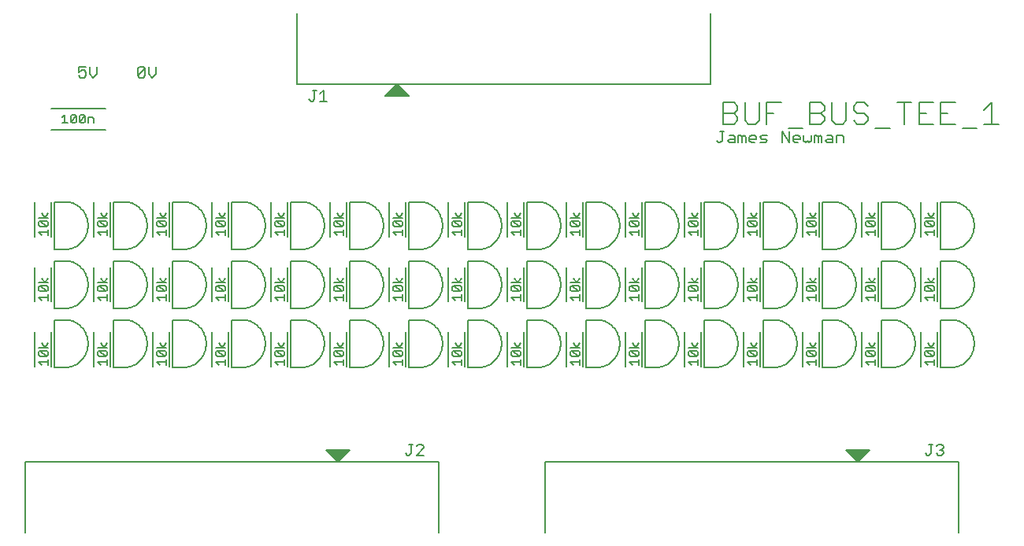
<source format=gto>
G04 Output by ViewMate Deluxe V11.0.9  PentaLogix LLC*
G04 Tue Nov 11 15:55:57 2014*
%FSLAX33Y33*%
%MOMM*%
%IPPOS*%
%ADD18C,0.13*%
%ADD110C,0.2032*%
%ADD112C,0.127*%
%ADD113C,0.1524*%

%LPD*%
X0Y0D2*D18*G1X105634Y38646D2*X105321Y38959D1*X106261Y38959*X106261Y39273D2*X106261Y38646D1*X106103Y39581D2*X105476Y39581D1*X105321Y39738*X105321Y40051*X105476Y40208*X106103Y40208D2*X106261Y40051D1*X106261Y39738*X106103Y39581*X105476Y40208*X106103Y40208*X106261Y40988D2*X105948Y40518D1*X105634Y40988*X105321Y40518D2*X106261Y40518D1*X99911Y40988D2*X99598Y40518D1*X99284Y40988*X98971Y40518D2*X99911Y40518D1*X99126Y40208D2*X98971Y40051D1*X98971Y39738*X99126Y39581*X99753Y39581*X99911Y39738*X99911Y40051*X99753Y40208*X99126Y40208*X99753Y39581*X99911Y38646D2*X99911Y39273D1*X99911Y38959D2*X98971Y38959D1*X99284Y38646*X92621Y38959D2*X92934Y38646D1*X93561Y40988D2*X93248Y40518D1*X92934Y40988*X92621Y40518D2*X93561Y40518D1*X92776Y40208D2*X93403Y40208D1*X93561Y40051*X93561Y39738*X93403Y39581*X92776Y40208*X92621Y40051*X92621Y39738*X92776Y39581*X93403Y39581*X93561Y38646D2*X93561Y39273D1*X92621Y38959D2*X93561Y38959D1*X86584Y38646D2*X86271Y38959D1*X87211Y38959*X87211Y39273D2*X87211Y38646D1*X87053Y39581D2*X86426Y39581D1*X86271Y39738*X86271Y40051*X86426Y40208*X87053Y40208D2*X87211Y40051D1*X87211Y39738*X87053Y39581*X86426Y40208*X87053Y40208*X87211Y40988D2*X86898Y40518D1*X86584Y40988*X86271Y40518D2*X87211Y40518D1*X80861Y40988D2*X80548Y40518D1*X80234Y40988*X79921Y40518D2*X80861Y40518D1*X80076Y40208D2*X79921Y40051D1*X79921Y39738*X80076Y39581*X80703Y39581*X80861Y39738*X80861Y40051*X80703Y40208*X80076Y40208*X80703Y39581*X80861Y38646D2*X80861Y39273D1*X80861Y38959D2*X79921Y38959D1*X80234Y38646*X73884Y38646D2*X73571Y38959D1*X74511Y38959*X74511Y39273D2*X74511Y38646D1*X74353Y39581D2*X73726Y39581D1*X73571Y39738*X73571Y40051*X73726Y40208*X74353Y40208D2*X74511Y40051D1*X74511Y39738*X74353Y39581*X73726Y40208*X74353Y40208*X74511Y40988D2*X74198Y40518D1*X73884Y40988*X73571Y40518D2*X74511Y40518D1*X68161Y40988D2*X67848Y40518D1*X67534Y40988*X67221Y40518D2*X68161Y40518D1*X67376Y40208D2*X67221Y40051D1*X67221Y39738*X67376Y39581*X68003Y39581*X68161Y39738*X68161Y40051*X68003Y40208*X67376Y40208*X68003Y39581*X68161Y38646D2*X68161Y39273D1*X68161Y38959D2*X67221Y38959D1*X67534Y38646*X60871Y38959D2*X61184Y38646D1*X61811Y40988D2*X61498Y40518D1*X61184Y40988*X60871Y40518D2*X61811Y40518D1*X61026Y40208D2*X61653Y40208D1*X61811Y40051*X61811Y39738*X61653Y39581*X61026Y40208*X60871Y40051*X60871Y39738*X61026Y39581*X61653Y39581*X61811Y38646D2*X61811Y39273D1*X60871Y38959D2*X61811Y38959D1*X54834Y38646D2*X54521Y38959D1*X55461Y38959*X55461Y39273D2*X55461Y38646D1*X55303Y39581D2*X54676Y39581D1*X54521Y39738*X54521Y40051*X54676Y40208*X55303Y40208D2*X55461Y40051D1*X55461Y39738*X55303Y39581*X54676Y40208*X55303Y40208*X55461Y40988D2*X55148Y40518D1*X54834Y40988*X54521Y40518D2*X55461Y40518D1*X49111Y40988D2*X48798Y40518D1*X48484Y40988*X48171Y40518D2*X49111Y40518D1*X48326Y40208D2*X48171Y40051D1*X48171Y39738*X48326Y39581*X48953Y39581*X49111Y39738*X49111Y40051*X48953Y40208*X48326Y40208*X48953Y39581*X49111Y38646D2*X49111Y39273D1*X49111Y38959D2*X48171Y38959D1*X48484Y38646*X48484Y31661D2*X48171Y31974D1*X49111Y31974*X49111Y32288D2*X49111Y31661D1*X49111Y34003D2*X48798Y33533D1*X48484Y34003*X48171Y33533D2*X49111Y33533D1*X48326Y33223D2*X48171Y33066D1*X48171Y32753*X48326Y32596*X48953Y32596*X49111Y32753D2*X49111Y33066D1*X48953Y33223*X48326Y33223*X48953Y32596*X49111Y32753*X55303Y32596D2*X54676Y32596D1*X55461Y34003D2*X55148Y33533D1*X54834Y34003*X54521Y33533D2*X55461Y33533D1*X54676Y33223D2*X55303Y33223D1*X55461Y33066*X55461Y32753*X55303Y32596*X54676Y33223*X54521Y33066*X54521Y32753*X54676Y32596*X54834Y31661D2*X54521Y31974D1*X55461Y31974*X55461Y31661D2*X55461Y32288D1*X61184Y31661D2*X60871Y31974D1*X61811Y31974*X61811Y32288D2*X61811Y31661D1*X61811Y34003D2*X61498Y33533D1*X61184Y34003*X60871Y33533D2*X61811Y33533D1*X61026Y33223D2*X60871Y33066D1*X60871Y32753*X61026Y32596*X61653Y32596*X61811Y32753D2*X61811Y33066D1*X61653Y33223*X61026Y33223*X61653Y32596*X61811Y32753*X68003Y32596D2*X67376Y32596D1*X68161Y34003D2*X67848Y33533D1*X67534Y34003*X67221Y33533D2*X68161Y33533D1*X67376Y33223D2*X68003Y33223D1*X68161Y33066*X68161Y32753*X68003Y32596*X67376Y33223*X67221Y33066*X67221Y32753*X67376Y32596*X67534Y31661D2*X67221Y31974D1*X68161Y31974*X68161Y31661D2*X68161Y32288D1*X73884Y31661D2*X73571Y31974D1*X74511Y31974*X74511Y32288D2*X74511Y31661D1*X74511Y34003D2*X74198Y33533D1*X73884Y34003*X73571Y33533D2*X74511Y33533D1*X73726Y33223D2*X73571Y33066D1*X73571Y32753*X73726Y32596*X74353Y32596*X74511Y32753D2*X74511Y33066D1*X74353Y33223*X73726Y33223*X74353Y32596*X74511Y32753*X80703Y32596D2*X80076Y32596D1*X80861Y34003D2*X80548Y33533D1*X80234Y34003*X79921Y33533D2*X80861Y33533D1*X80076Y33223D2*X80703Y33223D1*X80861Y33066*X80861Y32753*X80703Y32596*X80076Y33223*X79921Y33066*X79921Y32753*X80076Y32596*X80234Y31661D2*X79921Y31974D1*X80861Y31974*X80861Y31661D2*X80861Y32288D1*X86584Y31661D2*X86271Y31974D1*X87211Y31974*X87211Y32288D2*X87211Y31661D1*X87211Y34003D2*X86898Y33533D1*X86584Y34003*X86271Y33533D2*X87211Y33533D1*X86426Y33223D2*X86271Y33066D1*X86271Y32753*X86426Y32596*X87053Y32596*X87211Y32753D2*X87211Y33066D1*X87053Y33223*X86426Y33223*X87053Y32596*X87211Y32753*X93403Y32596D2*X92776Y32596D1*X93561Y34003D2*X93248Y33533D1*X92934Y34003*X92621Y33533D2*X93561Y33533D1*X92776Y33223D2*X93403Y33223D1*X93561Y33066*X93561Y32753*X93403Y32596*X92776Y33223*X92621Y33066*X92621Y32753*X92776Y32596*X92934Y31661D2*X92621Y31974D1*X93561Y31974*X93561Y31661D2*X93561Y32288D1*X99284Y31661D2*X98971Y31974D1*X99911Y31974*X99911Y32288D2*X99911Y31661D1*X99753Y32596D2*X99126Y32596D1*X98971Y32753*X98971Y33066*X99126Y33223*X99753Y33223D2*X99126Y33223D1*X99753Y32596*X99911Y32753*X99911Y33066*X99753Y33223*X98971Y33533D2*X99911Y33533D1*X99284Y34003D2*X99598Y33533D1*X99911Y34003*X106261Y34003D2*X105948Y33533D1*X105634Y34003*X105321Y33533D2*X106261Y33533D1*X105476Y33223D2*X106103Y33223D1*X106261Y33066*X106261Y32753*X106103Y32596*X105476Y33223*X105321Y33066*X105321Y32753*X105476Y32596*X106103Y32596*X106261Y31661D2*X106261Y32288D1*X106261Y31974D2*X105321Y31974D1*X105634Y31661*X105634Y24676D2*X105321Y24989D1*X106261Y24989*X106261Y25303D2*X106261Y24676D1*X106103Y25611D2*X105476Y25611D1*X105321Y25768*X105321Y26081*X105476Y26238*X106103Y26238D2*X106261Y26081D1*X106261Y25768*X106103Y25611*X105476Y26238*X106103Y26238*X106261Y27018D2*X105948Y26548D1*X105634Y27018*X105321Y26548D2*X106261Y26548D1*X99911Y27018D2*X99598Y26548D1*X99284Y27018*X98971Y26548D2*X99911Y26548D1*X99126Y26238D2*X98971Y26081D1*X98971Y25768*X99126Y25611*X99753Y25611*X99911Y25768*X99911Y26081*X99753Y26238*X99126Y26238*X99753Y25611*X99911Y24676D2*X99911Y25303D1*X99911Y24989D2*X98971Y24989D1*X99284Y24676*X92621Y24989D2*X92934Y24676D1*X93561Y27018D2*X93248Y26548D1*X92934Y27018*X92621Y26548D2*X93561Y26548D1*X92776Y26238D2*X92621Y26081D1*X92621Y25768*X92776Y25611*X93403Y25611*X93561Y25768*X93561Y26081*X93403Y26238*X92776Y26238*X93403Y25611*X93561Y24676D2*X93561Y25303D1*X92621Y24989D2*X93561Y24989D1*X86584Y24676D2*X86271Y24989D1*X87211Y24989*X87211Y25303D2*X87211Y24676D1*X87053Y25611D2*X86426Y25611D1*X86271Y25768*X86271Y26081*X86426Y26238*X87053Y26238D2*X87211Y26081D1*X87211Y25768*X87053Y25611*X86426Y26238*X87053Y26238*X87211Y27018D2*X86898Y26548D1*X86584Y27018*X86271Y26548D2*X87211Y26548D1*X80861Y27018D2*X80548Y26548D1*X80234Y27018*X79921Y26548D2*X80861Y26548D1*X80076Y26238D2*X79921Y26081D1*X79921Y25768*X80076Y25611*X80703Y25611*X80861Y25768*X80861Y26081*X80703Y26238*X80076Y26238*X80703Y25611*X80861Y24676D2*X80861Y25303D1*X80861Y24989D2*X79921Y24989D1*X80234Y24676*X73884Y24676D2*X73571Y24989D1*X74511Y24989*X74511Y25303D2*X74511Y24676D1*X74353Y25611D2*X73726Y25611D1*X73571Y25768*X73571Y26081*X73726Y26238*X74353Y26238D2*X74511Y26081D1*X74511Y25768*X74353Y25611*X73726Y26238*X74353Y26238*X74511Y27018D2*X74198Y26548D1*X73884Y27018*X73571Y26548D2*X74511Y26548D1*X68161Y27018D2*X67848Y26548D1*X67534Y27018*X67221Y26548D2*X68161Y26548D1*X67376Y26238D2*X67221Y26081D1*X67221Y25768*X67376Y25611*X68003Y25611*X68161Y25768*X68161Y26081*X68003Y26238*X67376Y26238*X68003Y25611*X68161Y24676D2*X68161Y25303D1*X68161Y24989D2*X67221Y24989D1*X67534Y24676*X60871Y24989D2*X61184Y24676D1*X61811Y27018D2*X61498Y26548D1*X61184Y27018*X60871Y26548D2*X61811Y26548D1*X61026Y26238D2*X60871Y26081D1*X60871Y25768*X61026Y25611*X61653Y25611*X61811Y25768*X61811Y26081*X61653Y26238*X61026Y26238*X61653Y25611*X61811Y24676D2*X61811Y25303D1*X60871Y24989D2*X61811Y24989D1*X54834Y24676D2*X54521Y24989D1*X55461Y24989*X55461Y25303D2*X55461Y24676D1*X55303Y25611D2*X54676Y25611D1*X54521Y25768*X54521Y26081*X54676Y26238*X55303Y26238D2*X55461Y26081D1*X55461Y25768*X55303Y25611*X54676Y26238*X55303Y26238*X55461Y27018D2*X55148Y26548D1*X54834Y27018*X54521Y26548D2*X55461Y26548D1*X49111Y27018D2*X48798Y26548D1*X48484Y27018*X48171Y26548D2*X49111Y26548D1*X48326Y26238D2*X48171Y26081D1*X48171Y25768*X48326Y25611*X48953Y25611*X49111Y25768*X49111Y26081*X48953Y26238*X48326Y26238*X48953Y25611*X49111Y24676D2*X49111Y25303D1*X49111Y24989D2*X48171Y24989D1*X48484Y24676*X42134Y24676D2*X41821Y24989D1*X42761Y24989*X42761Y25303D2*X42761Y24676D1*X42603Y25611D2*X41976Y25611D1*X41821Y25768*X41821Y26081*X41976Y26238*X42603Y26238D2*X42761Y26081D1*X42761Y25768*X42603Y25611*X41976Y26238*X42603Y26238*X42761Y27018D2*X42448Y26548D1*X42134Y27018*X41821Y26548D2*X42761Y26548D1*X36411Y27018D2*X36098Y26548D1*X35784Y27018*X35471Y26548D2*X36411Y26548D1*X35626Y26238D2*X35471Y26081D1*X35471Y25768*X35626Y25611*X36253Y25611*X36411Y25768*X36411Y26081*X36253Y26238*X35626Y26238*X36253Y25611*X36411Y24676D2*X36411Y25303D1*X36411Y24989D2*X35471Y24989D1*X35784Y24676*X29434Y24676D2*X29121Y24989D1*X30061Y24989*X30061Y25303D2*X30061Y24676D1*X29903Y25611D2*X29276Y25611D1*X29121Y25768*X29121Y26081*X29276Y26238*X29903Y26238D2*X30061Y26081D1*X30061Y25768*X29903Y25611*X29276Y26238*X29903Y26238*X30061Y27018D2*X29748Y26548D1*X29434Y27018*X29121Y26548D2*X30061Y26548D1*X23711Y27018D2*X23398Y26548D1*X23084Y27018*X22771Y26548D2*X23711Y26548D1*X22926Y26238D2*X22771Y26081D1*X22771Y25768*X22926Y25611*X23553Y25611*X23711Y25768*X23711Y26081*X23553Y26238*X22926Y26238*X23553Y25611*X23711Y24676D2*X23711Y25303D1*X23711Y24989D2*X22771Y24989D1*X23084Y24676*X16421Y24989D2*X16734Y24676D1*X17361Y27018D2*X17048Y26548D1*X16734Y27018*X16421Y26548D2*X17361Y26548D1*X16576Y26238D2*X16421Y26081D1*X16421Y25768*X16576Y25611*X17203Y25611*X17361Y25768*X17361Y26081*X17203Y26238*X16576Y26238*X17203Y25611*X17361Y24676D2*X17361Y25303D1*X16421Y24989D2*X17361Y24989D1*X10384Y24676D2*X10071Y24989D1*X11011Y24989*X11011Y25303D2*X11011Y24676D1*X10853Y25611D2*X10226Y25611D1*X10071Y25768*X10071Y26081*X10226Y26238*X10853Y26238*X11011Y26081*X11011Y25768*X10853Y25611*X10226Y26238*X11011Y26548D2*X10071Y26548D1*X11011Y27018D2*X10698Y26548D1*X10384Y27018*X10853Y32596D2*X10226Y32596D1*X11011Y34003D2*X10698Y33533D1*X10384Y34003*X10071Y33533D2*X11011Y33533D1*X10226Y33223D2*X10853Y33223D1*X11011Y33066*X11011Y32753*X10853Y32596*X10226Y33223*X10071Y33066*X10071Y32753*X10226Y32596*X10384Y31661D2*X10071Y31974D1*X11011Y31974*X11011Y31661D2*X11011Y32288D1*X16734Y31661D2*X16421Y31974D1*X17361Y31974*X17361Y32288D2*X17361Y31661D1*X17361Y34003D2*X17048Y33533D1*X16734Y34003*X16421Y33533D2*X17361Y33533D1*X16576Y33223D2*X16421Y33066D1*X16421Y32753*X16576Y32596*X17203Y32596*X17361Y32753D2*X17361Y33066D1*X17203Y33223*X16576Y33223*X17203Y32596*X17361Y32753*X23553Y32596D2*X22926Y32596D1*X23711Y34003D2*X23398Y33533D1*X23084Y34003*X22771Y33533D2*X23711Y33533D1*X22926Y33223D2*X23553Y33223D1*X23711Y33066*X23711Y32753*X23553Y32596*X22926Y33223*X22771Y33066*X22771Y32753*X22926Y32596*X23084Y31661D2*X22771Y31974D1*X23711Y31974*X23711Y31661D2*X23711Y32288D1*X29434Y31661D2*X29121Y31974D1*X30061Y31974*X30061Y32288D2*X30061Y31661D1*X30061Y34003D2*X29748Y33533D1*X29434Y34003*X29121Y33533D2*X30061Y33533D1*X29276Y33223D2*X29121Y33066D1*X29121Y32753*X29276Y32596*X29903Y32596*X30061Y32753D2*X30061Y33066D1*X29903Y33223*X29276Y33223*X29903Y32596*X30061Y32753*X36253Y32596D2*X35626Y32596D1*X36411Y34003D2*X36098Y33533D1*X35784Y34003*X35471Y33533D2*X36411Y33533D1*X35626Y33223D2*X36253Y33223D1*X36411Y33066*X36411Y32753*X36253Y32596*X35626Y33223*X35471Y33066*X35471Y32753*X35626Y32596*X35784Y31661D2*X35471Y31974D1*X36411Y31974*X36411Y31661D2*X36411Y32288D1*X42134Y31661D2*X41821Y31974D1*X42761Y31974*X42761Y32288D2*X42761Y31661D1*X42603Y32596D2*X41976Y32596D1*X41821Y32753*X41821Y33066*X41976Y33223*X42603Y33223*X42761Y33066*X42761Y32753*X42603Y32596*X41976Y33223*X42761Y33533D2*X41821Y33533D1*X42761Y34003D2*X42448Y33533D1*X42134Y34003*X42134Y38646D2*X41821Y38959D1*X42761Y38959*X42761Y39273D2*X42761Y38646D1*X42603Y39581D2*X41976Y39581D1*X41821Y39738*X41821Y40051*X41976Y40208*X42603Y40208D2*X42761Y40051D1*X42761Y39738*X42603Y39581*X41976Y40208*X42603Y40208*X42761Y40988D2*X42448Y40518D1*X42134Y40988*X41821Y40518D2*X42761Y40518D1*X36411Y40988D2*X36098Y40518D1*X35784Y40988*X35471Y40518D2*X36411Y40518D1*X35626Y40208D2*X35471Y40051D1*X35471Y39738*X35626Y39581*X36253Y39581*X36411Y39738*X36411Y40051*X36253Y40208*X35626Y40208*X36253Y39581*X36411Y38646D2*X36411Y39273D1*X36411Y38959D2*X35471Y38959D1*X35784Y38646*X29434Y38646D2*X29121Y38959D1*X30061Y38959*X30061Y39273D2*X30061Y38646D1*X29903Y39581D2*X29276Y39581D1*X29121Y39738*X29121Y40051*X29276Y40208*X29903Y40208D2*X30061Y40051D1*X30061Y39738*X29903Y39581*X29276Y40208*X29903Y40208*X30061Y40988D2*X29748Y40518D1*X29434Y40988*X29121Y40518D2*X30061Y40518D1*X23711Y40988D2*X23398Y40518D1*X23084Y40988*X22771Y40518D2*X23711Y40518D1*X22926Y40208D2*X23553Y40208D1*X23711Y40051*X23711Y39738*X23553Y39581*X22926Y40208*X22771Y40051*X22771Y39738*X22926Y39581*X23553Y39581*X23711Y38646D2*X23711Y39273D1*X23711Y38959D2*X22771Y38959D1*X23084Y38646*X16421Y38959D2*X16734Y38646D1*X17361Y40988D2*X17048Y40518D1*X16734Y40988*X16421Y40518D2*X17361Y40518D1*X16576Y40208D2*X16421Y40051D1*X16421Y39738*X16576Y39581*X17203Y39581*X17361Y39738*X17361Y40051*X17203Y40208*X16576Y40208*X17203Y39581*X17361Y38646D2*X17361Y39273D1*X16421Y38959D2*X17361Y38959D1*X10384Y38646D2*X10071Y38959D1*X11011Y38959*X11011Y39273D2*X11011Y38646D1*X10853Y39581D2*X10226Y39581D1*X10071Y39738*X10071Y40051*X10226Y40208*X10853Y40208D2*X10226Y40208D1*X10853Y39581*X11011Y39738*X11011Y40051*X10853Y40208*X10071Y40518D2*X11011Y40518D1*X10384Y40988D2*X10698Y40518D1*X11011Y40988*D18*X106904Y15558D2*X107099Y15558D1*X106515Y15169D2*X106708Y14973D1*X107099Y14973*X107295Y15169*X107295Y15362*X107099Y15558*X107295Y15753*X107295Y15949*X107099Y16142*X106708Y16142*X106515Y15949*X105735Y16142D2*X106124Y16142D1*X105928Y16142D2*X105928Y15169D1*X105735Y14973*X105540Y14973*X105344Y15169*X50635Y14973D2*X51415Y14973D1*X50635Y15949D2*X50828Y16142D1*X51219Y16142*X51415Y15949*X51415Y15753*X50635Y14973*X49464Y15169D2*X49660Y14973D1*X49855Y14973*X50048Y15169*X50048Y16142*X49855Y16142D2*X50244Y16142D1*X12560Y51333D2*X12865Y51638D1*X12865Y50724*X13170Y50724D2*X12560Y50724D1*X13495Y50876D2*X13495Y51486D1*X13647Y51638*X13952Y51638*X14107Y51486*X14107Y50876D2*X14107Y51486D1*X13495Y50876*X13647Y50724*X13952Y50724*X14107Y50876*X14432Y50876D2*X14432Y51486D1*X14585Y51638*X15367Y51333D2*X15824Y51333D1*X15977Y51181*X15977Y50724*X15367Y51333D2*X15367Y50724D1*X15042Y51486D2*X15042Y50876D1*X14889Y50724*X14585Y50724*X14432Y50876*X15042Y51486*X14889Y51638*X14585Y51638*X14338Y56198D2*X14338Y56782D1*X15118Y56782*X15118Y56198D2*X14922Y56393D1*X14727Y56393*X14338Y56198*X14338Y55809D2*X14534Y55613D1*X14922Y55613*X15118Y55809*X15118Y56198*X16286Y56002D2*X15898Y55613D1*X15507Y56002*X15507Y56782*X16286Y56002D2*X16286Y56782D1*X20688Y55809D2*X20688Y56589D1*X20884Y56782*X21272Y56782*X21468Y56589*X21468Y55809D2*X21272Y55613D1*X20884Y55613*X20688Y55809*X21468Y56589*X21468Y55809*X22636Y56002D2*X22248Y55613D1*X21857Y56002*X21857Y56782*X22636Y56002D2*X22636Y56782D1*X39103Y53269D2*X39299Y53073D1*X39492Y53073*X39688Y53269*X39688Y54242*X39883Y54242D2*X39492Y54242D1*X40272Y53853D2*X40663Y54242D1*X40663Y53073*X41051Y53073D2*X40272Y53073D1*X82918Y48824D2*X83114Y48628D1*X83307Y48628*X83502Y48824*X83502Y49797*X83698Y49797D2*X83307Y49797D1*X84282Y49408D2*X84673Y49408D1*X84866Y49212*X84866Y48628*X84282Y48628*X84087Y48824*X84282Y49017*X84866Y49017*X92273Y49408D2*X92273Y48824D1*X95781Y48628D2*X95781Y49408D1*X96561Y48628D2*X96561Y49212D1*X96368Y49408*X95781Y49408*X95392Y49212D2*X95197Y49408D1*X94808Y49408*X94612Y48824D2*X94808Y48628D1*X95392Y48628*X95392Y49212*X95392Y49017D2*X94808Y49017D1*X94612Y48824*X93444Y49408D2*X93444Y48628D1*X93833Y48628D2*X93833Y49212D1*X94221Y48628D2*X94221Y49212D1*X94028Y49408*X93833Y49212*X93637Y49408*X93444Y49408*X93053Y49408D2*X93053Y48824D1*X92857Y48628*X92664Y48824*X92469Y48628*X92273Y48824*X91689Y48628D2*X91298Y48628D1*X91105Y48824*X91105Y49017D2*X91884Y49017D1*X91884Y49212*X91689Y49408*X91298Y49408*X91105Y49212*X91105Y48824*X90714Y49797D2*X90714Y48628D1*X89934Y49797*X89934Y48628*X88374Y49408D2*X87790Y49408D1*X87597Y49212*X87790Y49017*X88181Y49017*X88374Y48824*X88181Y48628*X87597Y48628*X87010Y48628D2*X86622Y48628D1*X86426Y48824*X86426Y49017D2*X87206Y49017D1*X87206Y49212*X87010Y49408*X86622Y49408*X86426Y49212*X86426Y48824*X86037Y48628D2*X86037Y49212D1*X85842Y49408*X85646Y49212D2*X85453Y49408D1*X85258Y49408*X85258Y48628*X85646Y48628D2*X85646Y49212D1*X85842Y49408*D110*X85943Y52923D2*X85943Y50973D1*X95298Y50973D2*X95298Y52923D1*X104653Y51752D2*X105433Y51752D1*X106213Y52923D2*X104653Y52923D1*X106992Y51752D2*X107772Y51752D1*X106992Y50584D2*X106992Y52923D1*X108552Y52923*X111669Y52144D2*X112448Y52923D1*X112448Y50584*X111669Y50584D2*X113228Y50584D1*X109332Y50195D2*X110891Y50195D1*X106992Y50584D2*X108552Y50584D1*X106213Y50584D2*X104653Y50584D1*X104653Y52923*X102314Y52923D2*X103873Y52923D1*X103094Y50584D2*X103094Y52923D1*X99977Y50195D2*X101534Y50195D1*X99197Y52532D2*X98806Y52923D1*X98026Y52923*X97638Y52532*X97638Y50973D2*X98026Y50584D1*X98806Y50584*X99197Y50973*X99197Y51364*X98806Y51752*X98026Y51752*X97638Y52144*X97638Y52532*X96858Y52923D2*X96858Y50973D1*X96467Y50584*X95687Y50584*X95298Y50973*X94130Y51752D2*X94518Y52144D1*X94518Y52532*X94130Y52923*X92959Y52923*X92959Y50584*X92959Y51752D2*X94130Y51752D1*X94518Y51364*X94518Y50973*X94130Y50584*X92959Y50584*X90620Y50195D2*X92179Y50195D1*X88283Y51752D2*X89063Y51752D1*X88283Y50584D2*X88283Y52923D1*X89840Y52923*X87503Y52923D2*X87503Y50973D1*X87112Y50584*X86332Y50584*X85943Y50973*X84772Y51752D2*X85164Y52144D1*X85164Y52532*X84772Y52923*X83604Y52923*X83604Y50584*X83604Y51752D2*X84772Y51752D1*X85164Y51364*X85164Y50973*X84772Y50584*X83604Y50584*D112*X82232Y62548D2*X82232Y54928D1*X37782Y54928*X37782Y62548*X48486Y54836D2*X48669Y54836D1*X48793Y54712D2*X48362Y54712D1*X48240Y54590D2*X48915Y54590D1*X49040Y54465D2*X48115Y54465D1*X47993Y54343D2*X49162Y54343D1*X49286Y54219D2*X47869Y54219D1*X47747Y54097D2*X49408Y54097D1*X49533Y53972D2*X47622Y53972D1*X47501Y53851D2*X49654Y53851D1*X49779Y53726D2*X47376Y53726D1*X49848Y53658D2*X48578Y54928D1*X47308Y53658*X49848Y53658*X70422Y29528D2*X70576Y29492D1*X70726Y29446*X70876Y29393*X71021Y29329*X71161Y29258*X71298Y29177*X71430Y29088*X71554Y28992*X71674Y28890*X71785Y28778*X71892Y28661*X71991Y28537*X72080Y28407*X72164Y28273*X72238Y28133*X72304Y27988*X72360Y27841*X72408Y27691*X72446Y27536*X72474Y27381*X72494Y27224*X72504Y27066*X72504Y26909*X72494Y26751*X72474Y26594*X72446Y26439*X72408Y26284*X72360Y26134*X72304Y25987*X72238Y25842*X72164Y25702*X72080Y25568*X71991Y25438*X71892Y25314*X71785Y25197*X71674Y25085*X71554Y24983*X71430Y24887*X71298Y24798*X71161Y24717*X71021Y24646*X70876Y24582*X70726Y24529*X70576Y24483*X70422Y24448*X42210Y14305D2*X42245Y14305D1*X42370Y14430D2*X42085Y14430D1*X41963Y14552D2*X42492Y14552D1*X42616Y14676D2*X41839Y14676D1*X41717Y14798D2*X42738Y14798D1*X42862Y14922D2*X41592Y14922D1*X41471Y15044D2*X42984Y15044D1*X43109Y15169D2*X41346Y15169D1*X41224Y15291D2*X43231Y15291D1*X43355Y15415D2*X41100Y15415D1*X40978Y15537D2*X43477Y15537D1*X40958Y15558D2*X43498Y15558D1*X42228Y14288*X40958Y15558*X13272Y29528D2*X13426Y29492D1*X13576Y29446*X13726Y29393*X13871Y29329*X14011Y29258*X14148Y29177*X14280Y29088*X14404Y28992*X14524Y28890*X14635Y28778*X14742Y28661*X14841Y28537*X14930Y28407*X15014Y28273*X15088Y28133*X15154Y27988*X15210Y27841*X15258Y27691*X15296Y27536*X15324Y27381*X15344Y27224*X15354Y27066*X15354Y26909*X15344Y26751*X15324Y26594*X15296Y26439*X15258Y26284*X15210Y26134*X15154Y25987*X15088Y25842*X15014Y25702*X14930Y25568*X14841Y25438*X14742Y25314*X14635Y25197*X14524Y25085*X14404Y24983*X14280Y24887*X14148Y24798*X14011Y24717*X13871Y24646*X13726Y24582*X13576Y24529*X13426Y24483*X13272Y24448*X11748Y24448*X11748Y29528*X13272Y29528*X13272Y30798D2*X13426Y30833D1*X13576Y30879*X13726Y30932*X13871Y30996*X14011Y31067*X14148Y31148*X14280Y31237*X14404Y31333*X14524Y31435*X14635Y31547*X14742Y31664*X14841Y31788*X14930Y31918*X15014Y32052*X15088Y32192*X15154Y32337*X15210Y32484*X15258Y32634*X15296Y32789*X15324Y32944*X15344Y33101*X15354Y33259*X15354Y33416*X15344Y33574*X15324Y33731*X15296Y33886*X15258Y34041*X15210Y34191*X15154Y34338*X15088Y34483*X15014Y34623*X14930Y34757*X14841Y34887*X14742Y35011*X14635Y35128*X14524Y35240*X14404Y35342*X14280Y35438*X14148Y35527*X14011Y35608*X13871Y35679*X13726Y35743*X13576Y35796*X13426Y35842*X13272Y35878*X13272Y37148D2*X13426Y37183D1*X13576Y37229*X13726Y37282*X13871Y37346*X14011Y37417*X14148Y37498*X14280Y37587*X14404Y37683*X14524Y37785*X14635Y37897*X14742Y38014*X14841Y38138*X14930Y38268*X15014Y38402*X15088Y38542*X15154Y38687*X15210Y38834*X15258Y38984*X15296Y39139*X15324Y39294*X15344Y39451*X15354Y39609*X15354Y39766*X15344Y39924*X15324Y40081*X15296Y40236*X15258Y40391*X15210Y40541*X15154Y40688*X15088Y40833*X15014Y40973*X14930Y41107*X14841Y41237*X14742Y41361*X14635Y41478*X14524Y41590*X14404Y41692*X14280Y41788*X14148Y41877*X14011Y41958*X13871Y42029*X13726Y42093*X13576Y42146*X13426Y42192*X13272Y42228*X11748Y42228*X11748Y37148*X13272Y37148*X13272Y35878D2*X11748Y35878D1*X11748Y30798*X13272Y30798*X19622Y30798D2*X19776Y30833D1*X19926Y30879*X20076Y30932*X20221Y30996*X20361Y31067*X20498Y31148*X20630Y31237*X20754Y31333*X20874Y31435*X20985Y31547*X21092Y31664*X21191Y31788*X21280Y31918*X21364Y32052*X21438Y32192*X21504Y32337*X21560Y32484*X21608Y32634*X21646Y32789*X21674Y32944*X21694Y33101*X21704Y33259*X21704Y33416*X21694Y33574*X21674Y33731*X21646Y33886*X21608Y34041*X21560Y34191*X21504Y34338*X21438Y34483*X21364Y34623*X21280Y34757*X21191Y34887*X21092Y35011*X20985Y35128*X20874Y35240*X20754Y35342*X20630Y35438*X20498Y35527*X20361Y35608*X20221Y35679*X20076Y35743*X19926Y35796*X19776Y35842*X19622Y35878*X19622Y37148D2*X19776Y37183D1*X19926Y37229*X20076Y37282*X20221Y37346*X20361Y37417*X20498Y37498*X20630Y37587*X20754Y37683*X20874Y37785*X20985Y37897*X21092Y38014*X21191Y38138*X21280Y38268*X21364Y38402*X21438Y38542*X21504Y38687*X21560Y38834*X21608Y38984*X21646Y39139*X21674Y39294*X21694Y39451*X21704Y39609*X21704Y39766*X21694Y39924*X21674Y40081*X21646Y40236*X21608Y40391*X21560Y40541*X21504Y40688*X21438Y40833*X21364Y40973*X21280Y41107*X21191Y41237*X21092Y41361*X20985Y41478*X20874Y41590*X20754Y41692*X20630Y41788*X20498Y41877*X20361Y41958*X20221Y42029*X20076Y42093*X19926Y42146*X19776Y42192*X19622Y42228*X18098Y42228*X18098Y37148*X19622Y37148*X19622Y35878D2*X18098Y35878D1*X18098Y30798*X19622Y30798*X19622Y29528D2*X19776Y29492D1*X19926Y29446*X20076Y29393*X20221Y29329*X20361Y29258*X20498Y29177*X20630Y29088*X20754Y28992*X20874Y28890*X20985Y28778*X21092Y28661*X21191Y28537*X21280Y28407*X21364Y28273*X21438Y28133*X21504Y27988*X21560Y27841*X21608Y27691*X21646Y27536*X21674Y27381*X21694Y27224*X21704Y27066*X21704Y26909*X21694Y26751*X21674Y26594*X21646Y26439*X21608Y26284*X21560Y26134*X21504Y25987*X21438Y25842*X21364Y25702*X21280Y25568*X21191Y25438*X21092Y25314*X20985Y25197*X20874Y25085*X20754Y24983*X20630Y24887*X20498Y24798*X20361Y24717*X20221Y24646*X20076Y24582*X19926Y24529*X19776Y24483*X19622Y24448*X18098Y24448*X18098Y29528*X19622Y29528*X25972Y29528D2*X26126Y29492D1*X26276Y29446*X26426Y29393*X26571Y29329*X26711Y29258*X26848Y29177*X26980Y29088*X27104Y28992*X27224Y28890*X27335Y28778*X27442Y28661*X27541Y28537*X27630Y28407*X27714Y28273*X27788Y28133*X27854Y27988*X27910Y27841*X27958Y27691*X27996Y27536*X28024Y27381*X28044Y27224*X28054Y27066*X28054Y26909*X28044Y26751*X28024Y26594*X27996Y26439*X27958Y26284*X27910Y26134*X27854Y25987*X27788Y25842*X27714Y25702*X27630Y25568*X27541Y25438*X27442Y25314*X27335Y25197*X27224Y25085*X27104Y24983*X26980Y24887*X26848Y24798*X26711Y24717*X26571Y24646*X26426Y24582*X26276Y24529*X26126Y24483*X25972Y24448*X24448Y24448*X24448Y29528*X25972Y29528*X25972Y30798D2*X26126Y30833D1*X26276Y30879*X26426Y30932*X26571Y30996*X26711Y31067*X26848Y31148*X26980Y31237*X27104Y31333*X27224Y31435*X27335Y31547*X27442Y31664*X27541Y31788*X27630Y31918*X27714Y32052*X27788Y32192*X27854Y32337*X27910Y32484*X27958Y32634*X27996Y32789*X28024Y32944*X28044Y33101*X28054Y33259*X28054Y33416*X28044Y33574*X28024Y33731*X27996Y33886*X27958Y34041*X27910Y34191*X27854Y34338*X27788Y34483*X27714Y34623*X27630Y34757*X27541Y34887*X27442Y35011*X27335Y35128*X27224Y35240*X27104Y35342*X26980Y35438*X26848Y35527*X26711Y35608*X26571Y35679*X26426Y35743*X26276Y35796*X26126Y35842*X25972Y35878*X25972Y37148D2*X26126Y37183D1*X26276Y37229*X26426Y37282*X26571Y37346*X26711Y37417*X26848Y37498*X26980Y37587*X27104Y37683*X27224Y37785*X27335Y37897*X27442Y38014*X27541Y38138*X27630Y38268*X27714Y38402*X27788Y38542*X27854Y38687*X27910Y38834*X27958Y38984*X27996Y39139*X28024Y39294*X28044Y39451*X28054Y39609*X28054Y39766*X28044Y39924*X28024Y40081*X27996Y40236*X27958Y40391*X27910Y40541*X27854Y40688*X27788Y40833*X27714Y40973*X27630Y41107*X27541Y41237*X27442Y41361*X27335Y41478*X27224Y41590*X27104Y41692*X26980Y41788*X26848Y41877*X26711Y41958*X26571Y42029*X26426Y42093*X26276Y42146*X26126Y42192*X25972Y42228*X24448Y42228*X24448Y37148*X25972Y37148*X25972Y35878D2*X24448Y35878D1*X24448Y30798*X25972Y30798*X32322Y30798D2*X32476Y30833D1*X32626Y30879*X32776Y30932*X32921Y30996*X33061Y31067*X33198Y31148*X33330Y31237*X33454Y31333*X33574Y31435*X33685Y31547*X33792Y31664*X33891Y31788*X33980Y31918*X34064Y32052*X34138Y32192*X34204Y32337*X34260Y32484*X34308Y32634*X34346Y32789*X34374Y32944*X34394Y33101*X34404Y33259*X34404Y33416*X34394Y33574*X34374Y33731*X34346Y33886*X34308Y34041*X34260Y34191*X34204Y34338*X34138Y34483*X34064Y34623*X33980Y34757*X33891Y34887*X33792Y35011*X33685Y35128*X33574Y35240*X33454Y35342*X33330Y35438*X33198Y35527*X33061Y35608*X32921Y35679*X32776Y35743*X32626Y35796*X32476Y35842*X32322Y35878*X32322Y37148D2*X32476Y37183D1*X32626Y37229*X32776Y37282*X32921Y37346*X33061Y37417*X33198Y37498*X33330Y37587*X33454Y37683*X33574Y37785*X33685Y37897*X33792Y38014*X33891Y38138*X33980Y38268*X34064Y38402*X34138Y38542*X34204Y38687*X34260Y38834*X34308Y38984*X34346Y39139*X34374Y39294*X34394Y39451*X34404Y39609*X34404Y39766*X34394Y39924*X34374Y40081*X34346Y40236*X34308Y40391*X34260Y40541*X34204Y40688*X34138Y40833*X34064Y40973*X33980Y41107*X33891Y41237*X33792Y41361*X33685Y41478*X33574Y41590*X33454Y41692*X33330Y41788*X33198Y41877*X33061Y41958*X32921Y42029*X32776Y42093*X32626Y42146*X32476Y42192*X32322Y42228*X30798Y42228*X30798Y37148*X32322Y37148*X32322Y35878D2*X30798Y35878D1*X30798Y30798*X32322Y30798*X32322Y29528D2*X32476Y29492D1*X32626Y29446*X32776Y29393*X32921Y29329*X33061Y29258*X33198Y29177*X33330Y29088*X33454Y28992*X33574Y28890*X33685Y28778*X33792Y28661*X33891Y28537*X33980Y28407*X34064Y28273*X34138Y28133*X34204Y27988*X34260Y27841*X34308Y27691*X34346Y27536*X34374Y27381*X34394Y27224*X34404Y27066*X34404Y26909*X34394Y26751*X34374Y26594*X34346Y26439*X34308Y26284*X34260Y26134*X34204Y25987*X34138Y25842*X34064Y25702*X33980Y25568*X33891Y25438*X33792Y25314*X33685Y25197*X33574Y25085*X33454Y24983*X33330Y24887*X33198Y24798*X33061Y24717*X32921Y24646*X32776Y24582*X32626Y24529*X32476Y24483*X32322Y24448*X30798Y24448*X30798Y29528*X32322Y29528*X38672Y29528D2*X38826Y29492D1*X38976Y29446*X39126Y29393*X39271Y29329*X39411Y29258*X39548Y29177*X39680Y29088*X39804Y28992*X39924Y28890*X40035Y28778*X40142Y28661*X40241Y28537*X40330Y28407*X40414Y28273*X40488Y28133*X40554Y27988*X40610Y27841*X40658Y27691*X40696Y27536*X40724Y27381*X40744Y27224*X40754Y27066*X40754Y26909*X40744Y26751*X40724Y26594*X40696Y26439*X40658Y26284*X40610Y26134*X40554Y25987*X40488Y25842*X40414Y25702*X40330Y25568*X40241Y25438*X40142Y25314*X40035Y25197*X39924Y25085*X39804Y24983*X39680Y24887*X39548Y24798*X39411Y24717*X39271Y24646*X39126Y24582*X38976Y24529*X38826Y24483*X38672Y24448*X37148Y24448*X37148Y29528*X38672Y29528*X38672Y30798D2*X38826Y30833D1*X38976Y30879*X39126Y30932*X39271Y30996*X39411Y31067*X39548Y31148*X39680Y31237*X39804Y31333*X39924Y31435*X40035Y31547*X40142Y31664*X40241Y31788*X40330Y31918*X40414Y32052*X40488Y32192*X40554Y32337*X40610Y32484*X40658Y32634*X40696Y32789*X40724Y32944*X40744Y33101*X40754Y33259*X40754Y33416*X40744Y33574*X40724Y33731*X40696Y33886*X40658Y34041*X40610Y34191*X40554Y34338*X40488Y34483*X40414Y34623*X40330Y34757*X40241Y34887*X40142Y35011*X40035Y35128*X39924Y35240*X39804Y35342*X39680Y35438*X39548Y35527*X39411Y35608*X39271Y35679*X39126Y35743*X38976Y35796*X38826Y35842*X38672Y35878*X38672Y37148D2*X38826Y37183D1*X38976Y37229*X39126Y37282*X39271Y37346*X39411Y37417*X39548Y37498*X39680Y37587*X39804Y37683*X39924Y37785*X40035Y37897*X40142Y38014*X40241Y38138*X40330Y38268*X40414Y38402*X40488Y38542*X40554Y38687*X40610Y38834*X40658Y38984*X40696Y39139*X40724Y39294*X40744Y39451*X40754Y39609*X40754Y39766*X40744Y39924*X40724Y40081*X40696Y40236*X40658Y40391*X40610Y40541*X40554Y40688*X40488Y40833*X40414Y40973*X40330Y41107*X40241Y41237*X40142Y41361*X40035Y41478*X39924Y41590*X39804Y41692*X39680Y41788*X39548Y41877*X39411Y41958*X39271Y42029*X39126Y42093*X38976Y42146*X38826Y42192*X38672Y42228*X37148Y42228*X37148Y37148*X38672Y37148*X38672Y35878D2*X37148Y35878D1*X37148Y30798*X38672Y30798*X45022Y30798D2*X45176Y30833D1*X45326Y30879*X45476Y30932*X45621Y30996*X45761Y31067*X45898Y31148*X46030Y31237*X46154Y31333*X46274Y31435*X46385Y31547*X46492Y31664*X46591Y31788*X46680Y31918*X46764Y32052*X46838Y32192*X46904Y32337*X46960Y32484*X47008Y32634*X47046Y32789*X47074Y32944*X47094Y33101*X47104Y33259*X47104Y33416*X47094Y33574*X47074Y33731*X47046Y33886*X47008Y34041*X46960Y34191*X46904Y34338*X46838Y34483*X46764Y34623*X46680Y34757*X46591Y34887*X46492Y35011*X46385Y35128*X46274Y35240*X46154Y35342*X46030Y35438*X45898Y35527*X45761Y35608*X45621Y35679*X45476Y35743*X45326Y35796*X45176Y35842*X45022Y35878*X45022Y37148D2*X45176Y37183D1*X45326Y37229*X45476Y37282*X45621Y37346*X45761Y37417*X45898Y37498*X46030Y37587*X46154Y37683*X46274Y37785*X46385Y37897*X46492Y38014*X46591Y38138*X46680Y38268*X46764Y38402*X46838Y38542*X46904Y38687*X46960Y38834*X47008Y38984*X47046Y39139*X47074Y39294*X47094Y39451*X47104Y39609*X47104Y39766*X47094Y39924*X47074Y40081*X47046Y40236*X47008Y40391*X46960Y40541*X46904Y40688*X46838Y40833*X46764Y40973*X46680Y41107*X46591Y41237*X46492Y41361*X46385Y41478*X46274Y41590*X46154Y41692*X46030Y41788*X45898Y41877*X45761Y41958*X45621Y42029*X45476Y42093*X45326Y42146*X45176Y42192*X45022Y42228*X43498Y42228*X43498Y37148*X45022Y37148*X45022Y35878D2*X43498Y35878D1*X43498Y30798*X45022Y30798*X45022Y29528D2*X45176Y29492D1*X45326Y29446*X45476Y29393*X45621Y29329*X45761Y29258*X45898Y29177*X46030Y29088*X46154Y28992*X46274Y28890*X46385Y28778*X46492Y28661*X46591Y28537*X46680Y28407*X46764Y28273*X46838Y28133*X46904Y27988*X46960Y27841*X47008Y27691*X47046Y27536*X47074Y27381*X47094Y27224*X47104Y27066*X47104Y26909*X47094Y26751*X47074Y26594*X47046Y26439*X47008Y26284*X46960Y26134*X46904Y25987*X46838Y25842*X46764Y25702*X46680Y25568*X46591Y25438*X46492Y25314*X46385Y25197*X46274Y25085*X46154Y24983*X46030Y24887*X45898Y24798*X45761Y24717*X45621Y24646*X45476Y24582*X45326Y24529*X45176Y24483*X45022Y24448*X43498Y24448*X43498Y29528*X45022Y29528*X51372Y29528D2*X51526Y29492D1*X51676Y29446*X51826Y29393*X51971Y29329*X52111Y29258*X52248Y29177*X52380Y29088*X52504Y28992*X52624Y28890*X52735Y28778*X52842Y28661*X52941Y28537*X53030Y28407*X53114Y28273*X53188Y28133*X53254Y27988*X53310Y27841*X53358Y27691*X53396Y27536*X53424Y27381*X53444Y27224*X53454Y27066*X53454Y26909*X53444Y26751*X53424Y26594*X53396Y26439*X53358Y26284*X53310Y26134*X53254Y25987*X53188Y25842*X53114Y25702*X53030Y25568*X52941Y25438*X52842Y25314*X52735Y25197*X52624Y25085*X52504Y24983*X52380Y24887*X52248Y24798*X52111Y24717*X51971Y24646*X51826Y24582*X51676Y24529*X51526Y24483*X51372Y24448*X49848Y24448*X49848Y29528*X51372Y29528*X51372Y30798D2*X51526Y30833D1*X51676Y30879*X51826Y30932*X51971Y30996*X52111Y31067*X52248Y31148*X52380Y31237*X52504Y31333*X52624Y31435*X52735Y31547*X52842Y31664*X52941Y31788*X53030Y31918*X53114Y32052*X53188Y32192*X53254Y32337*X53310Y32484*X53358Y32634*X53396Y32789*X53424Y32944*X53444Y33101*X53454Y33259*X53454Y33416*X53444Y33574*X53424Y33731*X53396Y33886*X53358Y34041*X53310Y34191*X53254Y34338*X53188Y34483*X53114Y34623*X53030Y34757*X52941Y34887*X52842Y35011*X52735Y35128*X52624Y35240*X52504Y35342*X52380Y35438*X52248Y35527*X52111Y35608*X51971Y35679*X51826Y35743*X51676Y35796*X51526Y35842*X51372Y35878*X51372Y37148D2*X51526Y37183D1*X51676Y37229*X51826Y37282*X51971Y37346*X52111Y37417*X52248Y37498*X52380Y37587*X52504Y37683*X52624Y37785*X52735Y37897*X52842Y38014*X52941Y38138*X53030Y38268*X53114Y38402*X53188Y38542*X53254Y38687*X53310Y38834*X53358Y38984*X53396Y39139*X53424Y39294*X53444Y39451*X53454Y39609*X53454Y39766*X53444Y39924*X53424Y40081*X53396Y40236*X53358Y40391*X53310Y40541*X53254Y40688*X53188Y40833*X53114Y40973*X53030Y41107*X52941Y41237*X52842Y41361*X52735Y41478*X52624Y41590*X52504Y41692*X52380Y41788*X52248Y41877*X52111Y41958*X51971Y42029*X51826Y42093*X51676Y42146*X51526Y42192*X51372Y42228*X49848Y42228*X49848Y37148*X51372Y37148*X51372Y35878D2*X49848Y35878D1*X49848Y30798*X51372Y30798*X57722Y30798D2*X57876Y30833D1*X58026Y30879*X58176Y30932*X58321Y30996*X58461Y31067*X58598Y31148*X58730Y31237*X58854Y31333*X58974Y31435*X59085Y31547*X59192Y31664*X59291Y31788*X59380Y31918*X59464Y32052*X59538Y32192*X59604Y32337*X59660Y32484*X59708Y32634*X59746Y32789*X59774Y32944*X59794Y33101*X59804Y33259*X59804Y33416*X59794Y33574*X59774Y33731*X59746Y33886*X59708Y34041*X59660Y34191*X59604Y34338*X59538Y34483*X59464Y34623*X59380Y34757*X59291Y34887*X59192Y35011*X59085Y35128*X58974Y35240*X58854Y35342*X58730Y35438*X58598Y35527*X58461Y35608*X58321Y35679*X58176Y35743*X58026Y35796*X57876Y35842*X57722Y35878*X57722Y37148D2*X57876Y37183D1*X58026Y37229*X58176Y37282*X58321Y37346*X58461Y37417*X58598Y37498*X58730Y37587*X58854Y37683*X58974Y37785*X59085Y37897*X59192Y38014*X59291Y38138*X59380Y38268*X59464Y38402*X59538Y38542*X59604Y38687*X59660Y38834*X59708Y38984*X59746Y39139*X59774Y39294*X59794Y39451*X59804Y39609*X59804Y39766*X59794Y39924*X59774Y40081*X59746Y40236*X59708Y40391*X59660Y40541*X59604Y40688*X59538Y40833*X59464Y40973*X59380Y41107*X59291Y41237*X59192Y41361*X59085Y41478*X58974Y41590*X58854Y41692*X58730Y41788*X58598Y41877*X58461Y41958*X58321Y42029*X58176Y42093*X58026Y42146*X57876Y42192*X57722Y42228*X56198Y42228*X56198Y37148*X57722Y37148*X57722Y35878D2*X56198Y35878D1*X56198Y30798*X57722Y30798*X57722Y29528D2*X57876Y29492D1*X58026Y29446*X58176Y29393*X58321Y29329*X58461Y29258*X58598Y29177*X58730Y29088*X58854Y28992*X58974Y28890*X59085Y28778*X59192Y28661*X59291Y28537*X59380Y28407*X59464Y28273*X59538Y28133*X59604Y27988*X59660Y27841*X59708Y27691*X59746Y27536*X59774Y27381*X59794Y27224*X59804Y27066*X59804Y26909*X59794Y26751*X59774Y26594*X59746Y26439*X59708Y26284*X59660Y26134*X59604Y25987*X59538Y25842*X59464Y25702*X59380Y25568*X59291Y25438*X59192Y25314*X59085Y25197*X58974Y25085*X58854Y24983*X58730Y24887*X58598Y24798*X58461Y24717*X58321Y24646*X58176Y24582*X58026Y24529*X57876Y24483*X57722Y24448*X56198Y24448*X56198Y29528*X57722Y29528*X64072Y29528D2*X64226Y29492D1*X64376Y29446*X64526Y29393*X64671Y29329*X64811Y29258*X64948Y29177*X65080Y29088*X65204Y28992*X65324Y28890*X65435Y28778*X65542Y28661*X65641Y28537*X65730Y28407*X65814Y28273*X65888Y28133*X65954Y27988*X66010Y27841*X66058Y27691*X66096Y27536*X66124Y27381*X66144Y27224*X66154Y27066*X66154Y26909*X66144Y26751*X66124Y26594*X66096Y26439*X66058Y26284*X66010Y26134*X65954Y25987*X65888Y25842*X65814Y25702*X65730Y25568*X65641Y25438*X65542Y25314*X65435Y25197*X65324Y25085*X65204Y24983*X65080Y24887*X64948Y24798*X64811Y24717*X64671Y24646*X64526Y24582*X64376Y24529*X64226Y24483*X64072Y24448*X62548Y24448*X62548Y29528*X64072Y29528*X64072Y30798D2*X64226Y30833D1*X64376Y30879*X64526Y30932*X64671Y30996*X64811Y31067*X64948Y31148*X65080Y31237*X65204Y31333*X65324Y31435*X65435Y31547*X65542Y31664*X65641Y31788*X65730Y31918*X65814Y32052*X65888Y32192*X65954Y32337*X66010Y32484*X66058Y32634*X66096Y32789*X66124Y32944*X66144Y33101*X66154Y33259*X66154Y33416*X66144Y33574*X66124Y33731*X66096Y33886*X66058Y34041*X66010Y34191*X65954Y34338*X65888Y34483*X65814Y34623*X65730Y34757*X65641Y34887*X65542Y35011*X65435Y35128*X65324Y35240*X65204Y35342*X65080Y35438*X64948Y35527*X64811Y35608*X64671Y35679*X64526Y35743*X64376Y35796*X64226Y35842*X64072Y35878*X64072Y37148D2*X64226Y37183D1*X64376Y37229*X64526Y37282*X64671Y37346*X64811Y37417*X64948Y37498*X65080Y37587*X65204Y37683*X65324Y37785*X65435Y37897*X65542Y38014*X65641Y38138*X65730Y38268*X65814Y38402*X65888Y38542*X65954Y38687*X66010Y38834*X66058Y38984*X66096Y39139*X66124Y39294*X66144Y39451*X66154Y39609*X66154Y39766*X66144Y39924*X66124Y40081*X66096Y40236*X66058Y40391*X66010Y40541*X65954Y40688*X65888Y40833*X65814Y40973*X65730Y41107*X65641Y41237*X65542Y41361*X65435Y41478*X65324Y41590*X65204Y41692*X65080Y41788*X64948Y41877*X64811Y41958*X64671Y42029*X64526Y42093*X64376Y42146*X64226Y42192*X64072Y42228*X62548Y42228*X62548Y37148*X64072Y37148*X64072Y35878D2*X62548Y35878D1*X62548Y30798*X64072Y30798*X70422Y30798D2*X70576Y30833D1*X70726Y30879*X70876Y30932*X71021Y30996*X71161Y31067*X71298Y31148*X71430Y31237*X71554Y31333*X71674Y31435*X71785Y31547*X71892Y31664*X71991Y31788*X72080Y31918*X72164Y32052*X72238Y32192*X72304Y32337*X72360Y32484*X72408Y32634*X72446Y32789*X72474Y32944*X72494Y33101*X72504Y33259*X72504Y33416*X72494Y33574*X72474Y33731*X72446Y33886*X72408Y34041*X72360Y34191*X72304Y34338*X72238Y34483*X72164Y34623*X72080Y34757*X71991Y34887*X71892Y35011*X71785Y35128*X71674Y35240*X71554Y35342*X71430Y35438*X71298Y35527*X71161Y35608*X71021Y35679*X70876Y35743*X70726Y35796*X70576Y35842*X70422Y35878*X70422Y37148D2*X70576Y37183D1*X70726Y37229*X70876Y37282*X71021Y37346*X71161Y37417*X71298Y37498*X71430Y37587*X71554Y37683*X71674Y37785*X71785Y37897*X71892Y38014*X71991Y38138*X72080Y38268*X72164Y38402*X72238Y38542*X72304Y38687*X72360Y38834*X72408Y38984*X72446Y39139*X72474Y39294*X72494Y39451*X72504Y39609*X72504Y39766*X72494Y39924*X72474Y40081*X72446Y40236*X72408Y40391*X72360Y40541*X72304Y40688*X72238Y40833*X72164Y40973*X72080Y41107*X71991Y41237*X71892Y41361*X71785Y41478*X71674Y41590*X71554Y41692*X71430Y41788*X71298Y41877*X71161Y41958*X71021Y42029*X70876Y42093*X70726Y42146*X70576Y42192*X70422Y42228*X68898Y42228*X68898Y37148*X70422Y37148*X70422Y35878D2*X68898Y35878D1*X68898Y30798*X70422Y30798*X70422Y29528D2*X68898Y29528D1*X68898Y24448*X70422Y24448*X83122Y24448D2*X83276Y24483D1*X83426Y24529*X83576Y24582*X83721Y24646*X83861Y24717*X83998Y24798*X84130Y24887*X84254Y24983*X84374Y25085*X84485Y25197*X84592Y25314*X84691Y25438*X84780Y25568*X84864Y25702*X84938Y25842*X85004Y25987*X85060Y26134*X85108Y26284*X85146Y26439*X85174Y26594*X85194Y26751*X85204Y26909*X85204Y27066*X85194Y27224*X85174Y27381*X85146Y27536*X85108Y27691*X85060Y27841*X85004Y27988*X84938Y28133*X84864Y28273*X84780Y28407*X84691Y28537*X84592Y28661*X84485Y28778*X84374Y28890*X84254Y28992*X84130Y29088*X83998Y29177*X83861Y29258*X83721Y29329*X83576Y29393*X83426Y29446*X83276Y29492*X83122Y29528*X76772Y29528D2*X76926Y29492D1*X77076Y29446*X77226Y29393*X77371Y29329*X77511Y29258*X77648Y29177*X77780Y29088*X77904Y28992*X78024Y28890*X78135Y28778*X78242Y28661*X78341Y28537*X78430Y28407*X78514Y28273*X78588Y28133*X78654Y27988*X78710Y27841*X78758Y27691*X78796Y27536*X78824Y27381*X78844Y27224*X78854Y27066*X78854Y26909*X78844Y26751*X78824Y26594*X78796Y26439*X78758Y26284*X78710Y26134*X78654Y25987*X78588Y25842*X78514Y25702*X78430Y25568*X78341Y25438*X78242Y25314*X78135Y25197*X78024Y25085*X77904Y24983*X77780Y24887*X77648Y24798*X77511Y24717*X77371Y24646*X77226Y24582*X77076Y24529*X76926Y24483*X76772Y24448*X75248Y24448*X75248Y29528*X76772Y29528*X76772Y30798D2*X76926Y30833D1*X77076Y30879*X77226Y30932*X77371Y30996*X77511Y31067*X77648Y31148*X77780Y31237*X77904Y31333*X78024Y31435*X78135Y31547*X78242Y31664*X78341Y31788*X78430Y31918*X78514Y32052*X78588Y32192*X78654Y32337*X78710Y32484*X78758Y32634*X78796Y32789*X78824Y32944*X78844Y33101*X78854Y33259*X78854Y33416*X78844Y33574*X78824Y33731*X78796Y33886*X78758Y34041*X78710Y34191*X78654Y34338*X78588Y34483*X78514Y34623*X78430Y34757*X78341Y34887*X78242Y35011*X78135Y35128*X78024Y35240*X77904Y35342*X77780Y35438*X77648Y35527*X77511Y35608*X77371Y35679*X77226Y35743*X77076Y35796*X76926Y35842*X76772Y35878*X76772Y37148D2*X76926Y37183D1*X77076Y37229*X77226Y37282*X77371Y37346*X77511Y37417*X77648Y37498*X77780Y37587*X77904Y37683*X78024Y37785*X78135Y37897*X78242Y38014*X78341Y38138*X78430Y38268*X78514Y38402*X78588Y38542*X78654Y38687*X78710Y38834*X78758Y38984*X78796Y39139*X78824Y39294*X78844Y39451*X78854Y39609*X78854Y39766*X78844Y39924*X78824Y40081*X78796Y40236*X78758Y40391*X78710Y40541*X78654Y40688*X78588Y40833*X78514Y40973*X78430Y41107*X78341Y41237*X78242Y41361*X78135Y41478*X78024Y41590*X77904Y41692*X77780Y41788*X77648Y41877*X77511Y41958*X77371Y42029*X77226Y42093*X77076Y42146*X76926Y42192*X76772Y42228*X75248Y42228*X75248Y37148*X76772Y37148*X76772Y35878D2*X75248Y35878D1*X75248Y30798*X76772Y30798*X83122Y30798D2*X83276Y30833D1*X83426Y30879*X83576Y30932*X83721Y30996*X83861Y31067*X83998Y31148*X84130Y31237*X84254Y31333*X84374Y31435*X84485Y31547*X84592Y31664*X84691Y31788*X84780Y31918*X84864Y32052*X84938Y32192*X85004Y32337*X85060Y32484*X85108Y32634*X85146Y32789*X85174Y32944*X85194Y33101*X85204Y33259*X85204Y33416*X85194Y33574*X85174Y33731*X85146Y33886*X85108Y34041*X85060Y34191*X85004Y34338*X84938Y34483*X84864Y34623*X84780Y34757*X84691Y34887*X84592Y35011*X84485Y35128*X84374Y35240*X84254Y35342*X84130Y35438*X83998Y35527*X83861Y35608*X83721Y35679*X83576Y35743*X83426Y35796*X83276Y35842*X83122Y35878*X83122Y37148D2*X83276Y37183D1*X83426Y37229*X83576Y37282*X83721Y37346*X83861Y37417*X83998Y37498*X84130Y37587*X84254Y37683*X84374Y37785*X84485Y37897*X84592Y38014*X84691Y38138*X84780Y38268*X84864Y38402*X84938Y38542*X85004Y38687*X85060Y38834*X85108Y38984*X85146Y39139*X85174Y39294*X85194Y39451*X85204Y39609*X85204Y39766*X85194Y39924*X85174Y40081*X85146Y40236*X85108Y40391*X85060Y40541*X85004Y40688*X84938Y40833*X84864Y40973*X84780Y41107*X84691Y41237*X84592Y41361*X84485Y41478*X84374Y41590*X84254Y41692*X84130Y41788*X83998Y41877*X83861Y41958*X83721Y42029*X83576Y42093*X83426Y42146*X83276Y42192*X83122Y42228*X81598Y42228*X81598Y37148*X83122Y37148*X83122Y35878D2*X81598Y35878D1*X81598Y30798*X83122Y30798*X83122Y29528D2*X81598Y29528D1*X81598Y24448*X83122Y24448*X95822Y24448D2*X95976Y24483D1*X96126Y24529*X96276Y24582*X96421Y24646*X96561Y24717*X96698Y24798*X96830Y24887*X96954Y24983*X97074Y25085*X97185Y25197*X97292Y25314*X97391Y25438*X97480Y25568*X97564Y25702*X97638Y25842*X97704Y25987*X97760Y26134*X97808Y26284*X97846Y26439*X97874Y26594*X97894Y26751*X97904Y26909*X97904Y27066*X97894Y27224*X97874Y27381*X97846Y27536*X97808Y27691*X97760Y27841*X97704Y27988*X97638Y28133*X97564Y28273*X97480Y28407*X97391Y28537*X97292Y28661*X97185Y28778*X97074Y28890*X96954Y28992*X96830Y29088*X96698Y29177*X96561Y29258*X96421Y29329*X96276Y29393*X96126Y29446*X95976Y29492*X95822Y29528*X89472Y29528D2*X89626Y29492D1*X89776Y29446*X89926Y29393*X90071Y29329*X90211Y29258*X90348Y29177*X90480Y29088*X90604Y28992*X90724Y28890*X90835Y28778*X90942Y28661*X91041Y28537*X91130Y28407*X91214Y28273*X91288Y28133*X91354Y27988*X91410Y27841*X91458Y27691*X91496Y27536*X91524Y27381*X91544Y27224*X91554Y27066*X91554Y26909*X91544Y26751*X91524Y26594*X91496Y26439*X91458Y26284*X91410Y26134*X91354Y25987*X91288Y25842*X91214Y25702*X91130Y25568*X91041Y25438*X90942Y25314*X90835Y25197*X90724Y25085*X90604Y24983*X90480Y24887*X90348Y24798*X90211Y24717*X90071Y24646*X89926Y24582*X89776Y24529*X89626Y24483*X89472Y24448*X87948Y24448*X87948Y29528*X89472Y29528*X89472Y30798D2*X89626Y30833D1*X89776Y30879*X89926Y30932*X90071Y30996*X90211Y31067*X90348Y31148*X90480Y31237*X90604Y31333*X90724Y31435*X90835Y31547*X90942Y31664*X91041Y31788*X91130Y31918*X91214Y32052*X91288Y32192*X91354Y32337*X91410Y32484*X91458Y32634*X91496Y32789*X91524Y32944*X91544Y33101*X91554Y33259*X91554Y33416*X91544Y33574*X91524Y33731*X91496Y33886*X91458Y34041*X91410Y34191*X91354Y34338*X91288Y34483*X91214Y34623*X91130Y34757*X91041Y34887*X90942Y35011*X90835Y35128*X90724Y35240*X90604Y35342*X90480Y35438*X90348Y35527*X90211Y35608*X90071Y35679*X89926Y35743*X89776Y35796*X89626Y35842*X89472Y35878*X89472Y37148D2*X89626Y37183D1*X89776Y37229*X89926Y37282*X90071Y37346*X90211Y37417*X90348Y37498*X90480Y37587*X90604Y37683*X90724Y37785*X90835Y37897*X90942Y38014*X91041Y38138*X91130Y38268*X91214Y38402*X91288Y38542*X91354Y38687*X91410Y38834*X91458Y38984*X91496Y39139*X91524Y39294*X91544Y39451*X91554Y39609*X91554Y39766*X91544Y39924*X91524Y40081*X91496Y40236*X91458Y40391*X91410Y40541*X91354Y40688*X91288Y40833*X91214Y40973*X91130Y41107*X91041Y41237*X90942Y41361*X90835Y41478*X90724Y41590*X90604Y41692*X90480Y41788*X90348Y41877*X90211Y41958*X90071Y42029*X89926Y42093*X89776Y42146*X89626Y42192*X89472Y42228*X87948Y42228*X87948Y37148*X89472Y37148*X89472Y35878D2*X87948Y35878D1*X87948Y30798*X89472Y30798*X95822Y30798D2*X95976Y30833D1*X96126Y30879*X96276Y30932*X96421Y30996*X96561Y31067*X96698Y31148*X96830Y31237*X96954Y31333*X97074Y31435*X97185Y31547*X97292Y31664*X97391Y31788*X97480Y31918*X97564Y32052*X97638Y32192*X97704Y32337*X97760Y32484*X97808Y32634*X97846Y32789*X97874Y32944*X97894Y33101*X97904Y33259*X97904Y33416*X97894Y33574*X97874Y33731*X97846Y33886*X97808Y34041*X97760Y34191*X97704Y34338*X97638Y34483*X97564Y34623*X97480Y34757*X97391Y34887*X97292Y35011*X97185Y35128*X97074Y35240*X96954Y35342*X96830Y35438*X96698Y35527*X96561Y35608*X96421Y35679*X96276Y35743*X96126Y35796*X95976Y35842*X95822Y35878*X102172Y35878D2*X102326Y35842D1*X102476Y35796*X102626Y35743*X102771Y35679*X102911Y35608*X103048Y35527*X103180Y35438*X103304Y35342*X103424Y35240*X103535Y35128*X103642Y35011*X103741Y34887*X103830Y34757*X103914Y34623*X103988Y34483*X104054Y34338*X104110Y34191*X104158Y34041*X104196Y33886*X104224Y33731*X104244Y33574*X104254Y33416*X104254Y33259*X104244Y33101*X104224Y32944*X104196Y32789*X104158Y32634*X104110Y32484*X104054Y32337*X103988Y32192*X103914Y32052*X103830Y31918*X103741Y31788*X103642Y31664*X103535Y31547*X103424Y31435*X103304Y31333*X103180Y31237*X103048Y31148*X102911Y31067*X102771Y30996*X102626Y30932*X102476Y30879*X102326Y30833*X102172Y30798*X108522Y30798D2*X108676Y30833D1*X108826Y30879*X108976Y30932*X109121Y30996*X109261Y31067*X109398Y31148*X109530Y31237*X109654Y31333*X109774Y31435*X109885Y31547*X109992Y31664*X110091Y31788*X110180Y31918*X110264Y32052*X110338Y32192*X110404Y32337*X110460Y32484*X110508Y32634*X110546Y32789*X110574Y32944*X110594Y33101*X110604Y33259*X110604Y33416*X110594Y33574*X110574Y33731*X110546Y33886*X110508Y34041*X110460Y34191*X110404Y34338*X110338Y34483*X110264Y34623*X110180Y34757*X110091Y34887*X109992Y35011*X109885Y35128*X109774Y35240*X109654Y35342*X109530Y35438*X109398Y35527*X109261Y35608*X109121Y35679*X108976Y35743*X108826Y35796*X108676Y35842*X108522Y35878*X108522Y37148D2*X108676Y37183D1*X108826Y37229*X108976Y37282*X109121Y37346*X109261Y37417*X109398Y37498*X109530Y37587*X109654Y37683*X109774Y37785*X109885Y37897*X109992Y38014*X110091Y38138*X110180Y38268*X110264Y38402*X110338Y38542*X110404Y38687*X110460Y38834*X110508Y38984*X110546Y39139*X110574Y39294*X110594Y39451*X110604Y39609*X110604Y39766*X110594Y39924*X110574Y40081*X110546Y40236*X110508Y40391*X110460Y40541*X110404Y40688*X110338Y40833*X110264Y40973*X110180Y41107*X110091Y41237*X109992Y41361*X109885Y41478*X109774Y41590*X109654Y41692*X109530Y41788*X109398Y41877*X109261Y41958*X109121Y42029*X108976Y42093*X108826Y42146*X108676Y42192*X108522Y42228*X106998Y42228*X106998Y37148*X108522Y37148*X108522Y35878D2*X106998Y35878D1*X106998Y30798*X108522Y30798*X108522Y29528D2*X108676Y29492D1*X108826Y29446*X108976Y29393*X109121Y29329*X109261Y29258*X109398Y29177*X109530Y29088*X109654Y28992*X109774Y28890*X109885Y28778*X109992Y28661*X110091Y28537*X110180Y28407*X110264Y28273*X110338Y28133*X110404Y27988*X110460Y27841*X110508Y27691*X110546Y27536*X110574Y27381*X110594Y27224*X110604Y27066*X110604Y26909*X110594Y26751*X110574Y26594*X110546Y26439*X110508Y26284*X110460Y26134*X110404Y25987*X110338Y25842*X110264Y25702*X110180Y25568*X110091Y25438*X109992Y25314*X109885Y25197*X109774Y25085*X109654Y24983*X109530Y24887*X109398Y24798*X109261Y24717*X109121Y24646*X108976Y24582*X108826Y24529*X108676Y24483*X108522Y24448*X106998Y24448*X106998Y29528*X108522Y29528*X102172Y29528D2*X102326Y29492D1*X102476Y29446*X102626Y29393*X102771Y29329*X102911Y29258*X103048Y29177*X103180Y29088*X103304Y28992*X103424Y28890*X103535Y28778*X103642Y28661*X103741Y28537*X103830Y28407*X103914Y28273*X103988Y28133*X104054Y27988*X104110Y27841*X104158Y27691*X104196Y27536*X104224Y27381*X104244Y27224*X104254Y27066*X104254Y26909*X104244Y26751*X104224Y26594*X104196Y26439*X104158Y26284*X104110Y26134*X104054Y25987*X103988Y25842*X103914Y25702*X103830Y25568*X103741Y25438*X103642Y25314*X103535Y25197*X103424Y25085*X103304Y24983*X103180Y24887*X103048Y24798*X102911Y24717*X102771Y24646*X102626Y24582*X102476Y24529*X102326Y24483*X102172Y24448*X100648Y24448*X100648Y29528*X102172Y29528*X102172Y30798D2*X100648Y30798D1*X100648Y35878*X102172Y35878*X102172Y37148D2*X102326Y37183D1*X102476Y37229*X102626Y37282*X102771Y37346*X102911Y37417*X103048Y37498*X103180Y37587*X103304Y37683*X103424Y37785*X103535Y37897*X103642Y38014*X103741Y38138*X103830Y38268*X103914Y38402*X103988Y38542*X104054Y38687*X104110Y38834*X104158Y38984*X104196Y39139*X104224Y39294*X104244Y39451*X104254Y39609*X104254Y39766*X104244Y39924*X104224Y40081*X104196Y40236*X104158Y40391*X104110Y40541*X104054Y40688*X103988Y40833*X103914Y40973*X103830Y41107*X103741Y41237*X103642Y41361*X103535Y41478*X103424Y41590*X103304Y41692*X103180Y41788*X103048Y41877*X102911Y41958*X102771Y42029*X102626Y42093*X102476Y42146*X102326Y42192*X102172Y42228*X100648Y42228*X100648Y37148*X102172Y37148*X95822Y37148D2*X95976Y37183D1*X96126Y37229*X96276Y37282*X96421Y37346*X96561Y37417*X96698Y37498*X96830Y37587*X96954Y37683*X97074Y37785*X97185Y37897*X97292Y38014*X97391Y38138*X97480Y38268*X97564Y38402*X97638Y38542*X97704Y38687*X97760Y38834*X97808Y38984*X97846Y39139*X97874Y39294*X97894Y39451*X97904Y39609*X97904Y39766*X97894Y39924*X97874Y40081*X97846Y40236*X97808Y40391*X97760Y40541*X97704Y40688*X97638Y40833*X97564Y40973*X97480Y41107*X97391Y41237*X97292Y41361*X97185Y41478*X97074Y41590*X96954Y41692*X96830Y41788*X96698Y41877*X96561Y41958*X96421Y42029*X96276Y42093*X96126Y42146*X95976Y42192*X95822Y42228*X94298Y42228*X94298Y37148*X95822Y37148*X95822Y35878D2*X94298Y35878D1*X94298Y30798*X95822Y30798*X95822Y29528D2*X94298Y29528D1*X94298Y24448*X95822Y24448*X98125Y14305D2*X98090Y14305D1*X97965Y14430D2*X98250Y14430D1*X98372Y14552D2*X97843Y14552D1*X97719Y14676D2*X98496Y14676D1*X98618Y14798D2*X97597Y14798D1*X97472Y14922D2*X98742Y14922D1*X98864Y15044D2*X97351Y15044D1*X97226Y15169D2*X98989Y15169D1*X99111Y15291D2*X97104Y15291D1*X96980Y15415D2*X99235Y15415D1*X99357Y15537D2*X96858Y15537D1*X99378Y15558D2*X96838Y15558D1*X98108Y14288*X99378Y15558*X108902Y6668D2*X108902Y14288D1*X64452Y14288*X64452Y6668*X53022Y6668D2*X53022Y14288D1*X8572Y14288*X8572Y6668*D113*X17208Y52260D2*X11366Y52260D1*X11366Y49974D2*X17208Y49974D1*X9588Y24511D2*X9588Y28194D1*X11366Y28194D2*X11366Y24511D1*X15938Y24511D2*X15938Y28194D1*X17716Y28194D2*X17716Y24511D1*X22288Y24511D2*X22288Y28194D1*X24066Y28194D2*X24066Y24511D1*X28638Y24511D2*X28638Y28194D1*X30416Y28194D2*X30416Y24511D1*X34988Y24511D2*X34988Y28194D1*X36766Y28194D2*X36766Y24511D1*X41338Y24511D2*X41338Y28194D1*X43116Y28194D2*X43116Y24511D1*X47688Y24511D2*X47688Y28194D1*X49466Y28194D2*X49466Y24511D1*X54038Y24511D2*X54038Y28194D1*X55816Y28194D2*X55816Y24511D1*X60388Y24511D2*X60388Y28194D1*X62166Y28194D2*X62166Y24511D1*X66738Y24511D2*X66738Y28194D1*X68516Y28194D2*X68516Y24511D1*X73088Y24511D2*X73088Y28194D1*X74866Y28194D2*X74866Y24511D1*X79438Y24511D2*X79438Y28194D1*X81216Y28194D2*X81216Y24511D1*X106616Y24511D2*X106616Y28194D1*X104838Y28194D2*X104838Y24511D1*X100266Y24511D2*X100266Y28194D1*X98488Y28194D2*X98488Y24511D1*X93916Y24511D2*X93916Y28194D1*X92138Y28194D2*X92138Y24511D1*X87566Y24511D2*X87566Y28194D1*X85788Y28194D2*X85788Y24511D1*X85788Y42164D2*X85788Y38481D1*X87566Y38481D2*X87566Y42164D1*X92138Y42164D2*X92138Y38481D1*X93916Y38481D2*X93916Y42164D1*X98488Y42164D2*X98488Y38481D1*X100266Y38481D2*X100266Y42164D1*X104838Y42164D2*X104838Y38481D1*X106616Y38481D2*X106616Y42164D1*X106616Y31496D2*X106616Y35179D1*X104838Y35179D2*X104838Y31496D1*X100266Y31496D2*X100266Y35179D1*X98488Y35179D2*X98488Y31496D1*X93916Y31496D2*X93916Y35179D1*X92138Y35179D2*X92138Y31496D1*X87566Y31496D2*X87566Y35179D1*X85788Y35179D2*X85788Y31496D1*X81216Y31496D2*X81216Y35179D1*X79438Y35179D2*X79438Y31496D1*X74866Y31496D2*X74866Y35179D1*X73088Y35179D2*X73088Y31496D1*X68516Y31496D2*X68516Y35179D1*X66738Y35179D2*X66738Y31496D1*X62166Y31496D2*X62166Y35179D1*X60388Y35179D2*X60388Y31496D1*X55816Y31496D2*X55816Y35179D1*X54038Y35179D2*X54038Y31496D1*X49466Y31496D2*X49466Y35179D1*X47688Y35179D2*X47688Y31496D1*X43116Y31496D2*X43116Y35179D1*X41338Y35179D2*X41338Y31496D1*X36766Y31496D2*X36766Y35179D1*X34988Y35179D2*X34988Y31496D1*X30416Y31496D2*X30416Y35179D1*X28638Y35179D2*X28638Y31496D1*X24066Y31496D2*X24066Y35179D1*X22288Y35179D2*X22288Y31496D1*X17716Y31496D2*X17716Y35179D1*X15938Y35179D2*X15938Y31496D1*X11366Y31496D2*X11366Y35179D1*X9588Y35179D2*X9588Y31496D1*X9588Y38481D2*X9588Y42164D1*X11366Y42164D2*X11366Y38481D1*X15938Y38481D2*X15938Y42164D1*X17716Y42164D2*X17716Y38481D1*X22288Y38481D2*X22288Y42164D1*X24066Y42164D2*X24066Y38481D1*X28638Y38481D2*X28638Y42164D1*X30416Y42164D2*X30416Y38481D1*X34988Y38481D2*X34988Y42164D1*X36766Y42164D2*X36766Y38481D1*X41338Y38481D2*X41338Y42164D1*X43116Y42164D2*X43116Y38481D1*X47688Y38481D2*X47688Y42164D1*X49466Y42164D2*X49466Y38481D1*X54038Y38481D2*X54038Y42164D1*X55816Y42164D2*X55816Y38481D1*X60388Y38481D2*X60388Y42164D1*X62166Y42164D2*X62166Y38481D1*X66738Y38481D2*X66738Y42164D1*X68516Y42164D2*X68516Y38481D1*X73088Y38481D2*X73088Y42164D1*X74866Y42164D2*X74866Y38481D1*X79438Y38481D2*X79438Y42164D1*X81216Y42164D2*X81216Y38481D1*X0Y0D2*M02*
</source>
